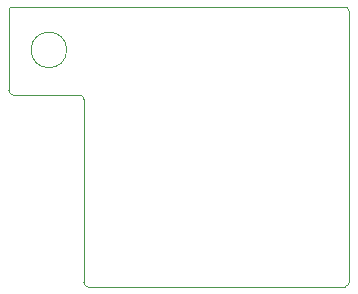
<source format=gm1>
G04 #@! TF.GenerationSoftware,KiCad,Pcbnew,(5.1.5)-3*
G04 #@! TF.CreationDate,2020-07-05T19:40:21-04:00*
G04 #@! TF.ProjectId,RPi HAT,52506920-4841-4542-9e6b-696361645f70,rev?*
G04 #@! TF.SameCoordinates,Original*
G04 #@! TF.FileFunction,Profile,NP*
%FSLAX46Y46*%
G04 Gerber Fmt 4.6, Leading zero omitted, Abs format (unit mm)*
G04 Created by KiCad (PCBNEW (5.1.5)-3) date 2020-07-05 19:40:21*
%MOMM*%
%LPD*%
G04 APERTURE LIST*
%ADD10C,0.050000*%
%ADD11C,0.120000*%
G04 APERTURE END LIST*
D10*
X137947400Y-85598000D02*
X137947400Y-108585000D01*
X115493800Y-108585000D02*
X115493800Y-93065600D01*
X109524800Y-92710000D02*
X115138200Y-92710000D01*
X115849400Y-108940600D02*
X137591800Y-108940600D01*
X109499400Y-85242400D02*
X137591800Y-85242400D01*
X109143800Y-92329000D02*
X109143800Y-85598000D01*
X137591800Y-85242400D02*
G75*
G02X137947400Y-85598000I0J-355600D01*
G01*
X137947400Y-108585000D02*
G75*
G02X137591800Y-108940600I-355600J0D01*
G01*
X115849400Y-108940600D02*
G75*
G02X115493800Y-108585000I0J355600D01*
G01*
X115138200Y-92710000D02*
G75*
G02X115493800Y-93065600I0J-355600D01*
G01*
X109524800Y-92710000D02*
G75*
G02X109143800Y-92329000I0J381000D01*
G01*
X109143800Y-85598000D02*
G75*
G02X109499400Y-85242400I355600J0D01*
G01*
D11*
X114044631Y-88894920D02*
G75*
G03X114044631Y-88894920I-1507391J0D01*
G01*
M02*

</source>
